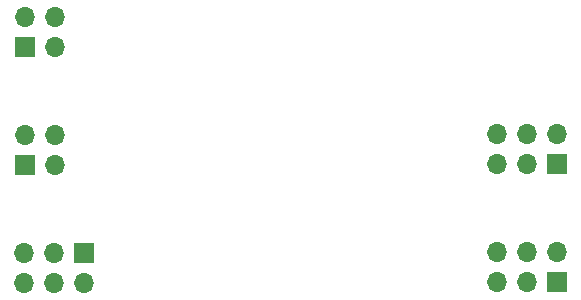
<source format=gbr>
%TF.GenerationSoftware,KiCad,Pcbnew,8.0.5-8.0.5-0~ubuntu22.04.1*%
%TF.CreationDate,2024-10-28T16:31:36+01:00*%
%TF.ProjectId,EMG_amplifier,454d475f-616d-4706-9c69-666965722e6b,rev?*%
%TF.SameCoordinates,Original*%
%TF.FileFunction,Soldermask,Bot*%
%TF.FilePolarity,Negative*%
%FSLAX46Y46*%
G04 Gerber Fmt 4.6, Leading zero omitted, Abs format (unit mm)*
G04 Created by KiCad (PCBNEW 8.0.5-8.0.5-0~ubuntu22.04.1) date 2024-10-28 16:31:36*
%MOMM*%
%LPD*%
G01*
G04 APERTURE LIST*
%ADD10R,1.700000X1.700000*%
%ADD11O,1.700000X1.700000*%
G04 APERTURE END LIST*
D10*
%TO.C,J4*%
X104058800Y-97748600D03*
D11*
X104058800Y-95208600D03*
X101518800Y-97748600D03*
X101518800Y-95208600D03*
X98978800Y-97748600D03*
X98978800Y-95208600D03*
%TD*%
D10*
%TO.C,J7*%
X64018200Y-105279000D03*
D11*
X64018200Y-107819000D03*
X61478200Y-105279000D03*
X61478200Y-107819000D03*
X58938200Y-105279000D03*
X58938200Y-107819000D03*
%TD*%
D10*
%TO.C,J1*%
X59029600Y-87833200D03*
D11*
X61569600Y-87833200D03*
X59029600Y-85293200D03*
X61569600Y-85293200D03*
%TD*%
D10*
%TO.C,J3*%
X104079600Y-107793600D03*
D11*
X104079600Y-105253600D03*
X101539600Y-107793600D03*
X101539600Y-105253600D03*
X98999600Y-107793600D03*
X98999600Y-105253600D03*
%TD*%
D10*
%TO.C,J2*%
X59044400Y-97824800D03*
D11*
X61584400Y-97824800D03*
X59044400Y-95284800D03*
X61584400Y-95284800D03*
%TD*%
M02*

</source>
